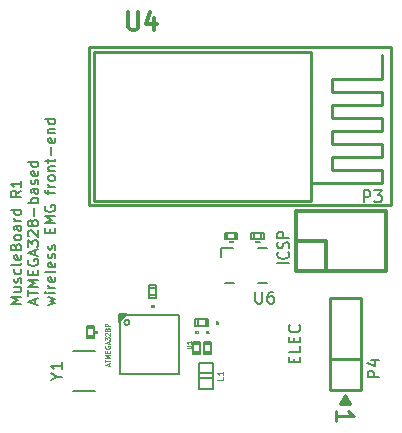
<source format=gto>
G04 (created by PCBNEW (2013-05-31 BZR 4019)-stable) date 7/3/2014 2:31:18 PM*
%MOIN*%
G04 Gerber Fmt 3.4, Leading zero omitted, Abs format*
%FSLAX34Y34*%
G01*
G70*
G90*
G04 APERTURE LIST*
%ADD10C,0.00590551*%
%ADD11C,0.0075*%
%ADD12C,0.01*%
%ADD13C,0.005*%
%ADD14C,0.0059*%
%ADD15C,0.012*%
%ADD16C,0.0079*%
%ADD17C,0.011811*%
%ADD18C,0.0012*%
%ADD19C,0.0039*%
%ADD20C,0.008*%
%ADD21C,0.0078*%
%ADD22C,0.0077*%
%ADD23C,0.0031*%
%ADD24C,0.003*%
G04 APERTURE END LIST*
G54D10*
G54D11*
X37721Y-24926D02*
X37371Y-24926D01*
X37621Y-24810D01*
X37371Y-24693D01*
X37721Y-24693D01*
X37488Y-24376D02*
X37721Y-24376D01*
X37488Y-24526D02*
X37671Y-24526D01*
X37705Y-24510D01*
X37721Y-24476D01*
X37721Y-24426D01*
X37705Y-24393D01*
X37688Y-24376D01*
X37705Y-24226D02*
X37721Y-24193D01*
X37721Y-24126D01*
X37705Y-24093D01*
X37671Y-24076D01*
X37655Y-24076D01*
X37621Y-24093D01*
X37605Y-24126D01*
X37605Y-24176D01*
X37588Y-24210D01*
X37555Y-24226D01*
X37538Y-24226D01*
X37505Y-24210D01*
X37488Y-24176D01*
X37488Y-24126D01*
X37505Y-24093D01*
X37705Y-23776D02*
X37721Y-23810D01*
X37721Y-23876D01*
X37705Y-23910D01*
X37688Y-23926D01*
X37655Y-23943D01*
X37555Y-23943D01*
X37521Y-23926D01*
X37505Y-23910D01*
X37488Y-23876D01*
X37488Y-23810D01*
X37505Y-23776D01*
X37721Y-23576D02*
X37705Y-23610D01*
X37671Y-23626D01*
X37371Y-23626D01*
X37705Y-23310D02*
X37721Y-23343D01*
X37721Y-23410D01*
X37705Y-23443D01*
X37671Y-23460D01*
X37538Y-23460D01*
X37505Y-23443D01*
X37488Y-23410D01*
X37488Y-23343D01*
X37505Y-23310D01*
X37538Y-23293D01*
X37571Y-23293D01*
X37605Y-23460D01*
X37538Y-23026D02*
X37555Y-22976D01*
X37571Y-22960D01*
X37605Y-22943D01*
X37655Y-22943D01*
X37688Y-22960D01*
X37705Y-22976D01*
X37721Y-23010D01*
X37721Y-23143D01*
X37371Y-23143D01*
X37371Y-23026D01*
X37388Y-22993D01*
X37405Y-22976D01*
X37438Y-22960D01*
X37471Y-22960D01*
X37505Y-22976D01*
X37521Y-22993D01*
X37538Y-23026D01*
X37538Y-23143D01*
X37721Y-22743D02*
X37705Y-22776D01*
X37688Y-22793D01*
X37655Y-22810D01*
X37555Y-22810D01*
X37521Y-22793D01*
X37505Y-22776D01*
X37488Y-22743D01*
X37488Y-22693D01*
X37505Y-22660D01*
X37521Y-22643D01*
X37555Y-22626D01*
X37655Y-22626D01*
X37688Y-22643D01*
X37705Y-22660D01*
X37721Y-22693D01*
X37721Y-22743D01*
X37721Y-22326D02*
X37538Y-22326D01*
X37505Y-22343D01*
X37488Y-22376D01*
X37488Y-22443D01*
X37505Y-22476D01*
X37705Y-22326D02*
X37721Y-22360D01*
X37721Y-22443D01*
X37705Y-22476D01*
X37671Y-22493D01*
X37638Y-22493D01*
X37605Y-22476D01*
X37588Y-22443D01*
X37588Y-22360D01*
X37571Y-22326D01*
X37721Y-22160D02*
X37488Y-22160D01*
X37555Y-22160D02*
X37521Y-22143D01*
X37505Y-22126D01*
X37488Y-22093D01*
X37488Y-22060D01*
X37721Y-21793D02*
X37371Y-21793D01*
X37705Y-21793D02*
X37721Y-21826D01*
X37721Y-21893D01*
X37705Y-21926D01*
X37688Y-21943D01*
X37655Y-21960D01*
X37555Y-21960D01*
X37521Y-21943D01*
X37505Y-21926D01*
X37488Y-21893D01*
X37488Y-21826D01*
X37505Y-21793D01*
X37721Y-21160D02*
X37555Y-21276D01*
X37721Y-21360D02*
X37371Y-21360D01*
X37371Y-21226D01*
X37388Y-21193D01*
X37405Y-21176D01*
X37438Y-21160D01*
X37488Y-21160D01*
X37521Y-21176D01*
X37538Y-21193D01*
X37555Y-21226D01*
X37555Y-21360D01*
X37721Y-20826D02*
X37721Y-21026D01*
X37721Y-20926D02*
X37371Y-20926D01*
X37421Y-20960D01*
X37455Y-20993D01*
X37471Y-21026D01*
X38186Y-24943D02*
X38186Y-24776D01*
X38286Y-24976D02*
X37936Y-24860D01*
X38286Y-24743D01*
X37936Y-24676D02*
X37936Y-24476D01*
X38286Y-24576D02*
X37936Y-24576D01*
X38286Y-24360D02*
X37936Y-24360D01*
X38186Y-24243D01*
X37936Y-24126D01*
X38286Y-24126D01*
X38103Y-23960D02*
X38103Y-23843D01*
X38286Y-23793D02*
X38286Y-23960D01*
X37936Y-23960D01*
X37936Y-23793D01*
X37953Y-23460D02*
X37936Y-23493D01*
X37936Y-23543D01*
X37953Y-23593D01*
X37986Y-23626D01*
X38020Y-23643D01*
X38086Y-23660D01*
X38136Y-23660D01*
X38203Y-23643D01*
X38236Y-23626D01*
X38270Y-23593D01*
X38286Y-23543D01*
X38286Y-23510D01*
X38270Y-23460D01*
X38253Y-23443D01*
X38136Y-23443D01*
X38136Y-23510D01*
X38186Y-23310D02*
X38186Y-23143D01*
X38286Y-23343D02*
X37936Y-23226D01*
X38286Y-23110D01*
X37936Y-23026D02*
X37936Y-22810D01*
X38070Y-22926D01*
X38070Y-22876D01*
X38086Y-22843D01*
X38103Y-22826D01*
X38136Y-22810D01*
X38220Y-22810D01*
X38253Y-22826D01*
X38270Y-22843D01*
X38286Y-22876D01*
X38286Y-22976D01*
X38270Y-23010D01*
X38253Y-23026D01*
X37970Y-22676D02*
X37953Y-22660D01*
X37936Y-22626D01*
X37936Y-22543D01*
X37953Y-22510D01*
X37970Y-22493D01*
X38003Y-22476D01*
X38036Y-22476D01*
X38086Y-22493D01*
X38286Y-22693D01*
X38286Y-22476D01*
X38086Y-22276D02*
X38070Y-22310D01*
X38053Y-22326D01*
X38020Y-22343D01*
X38003Y-22343D01*
X37970Y-22326D01*
X37953Y-22310D01*
X37936Y-22276D01*
X37936Y-22210D01*
X37953Y-22176D01*
X37970Y-22160D01*
X38003Y-22143D01*
X38020Y-22143D01*
X38053Y-22160D01*
X38070Y-22176D01*
X38086Y-22210D01*
X38086Y-22276D01*
X38103Y-22310D01*
X38120Y-22326D01*
X38153Y-22343D01*
X38220Y-22343D01*
X38253Y-22326D01*
X38270Y-22310D01*
X38286Y-22276D01*
X38286Y-22210D01*
X38270Y-22176D01*
X38253Y-22160D01*
X38220Y-22143D01*
X38153Y-22143D01*
X38120Y-22160D01*
X38103Y-22176D01*
X38086Y-22210D01*
X38153Y-21993D02*
X38153Y-21726D01*
X38286Y-21559D02*
X37936Y-21559D01*
X38070Y-21559D02*
X38053Y-21526D01*
X38053Y-21459D01*
X38070Y-21426D01*
X38086Y-21409D01*
X38120Y-21393D01*
X38220Y-21393D01*
X38253Y-21409D01*
X38270Y-21426D01*
X38286Y-21459D01*
X38286Y-21526D01*
X38270Y-21559D01*
X38286Y-21093D02*
X38103Y-21093D01*
X38070Y-21110D01*
X38053Y-21143D01*
X38053Y-21210D01*
X38070Y-21243D01*
X38270Y-21093D02*
X38286Y-21126D01*
X38286Y-21210D01*
X38270Y-21243D01*
X38236Y-21260D01*
X38203Y-21260D01*
X38170Y-21243D01*
X38153Y-21210D01*
X38153Y-21126D01*
X38136Y-21093D01*
X38270Y-20943D02*
X38286Y-20910D01*
X38286Y-20843D01*
X38270Y-20810D01*
X38236Y-20793D01*
X38220Y-20793D01*
X38186Y-20810D01*
X38170Y-20843D01*
X38170Y-20893D01*
X38153Y-20926D01*
X38120Y-20943D01*
X38103Y-20943D01*
X38070Y-20926D01*
X38053Y-20893D01*
X38053Y-20843D01*
X38070Y-20810D01*
X38270Y-20510D02*
X38286Y-20543D01*
X38286Y-20610D01*
X38270Y-20643D01*
X38236Y-20660D01*
X38103Y-20660D01*
X38070Y-20643D01*
X38053Y-20610D01*
X38053Y-20543D01*
X38070Y-20510D01*
X38103Y-20493D01*
X38136Y-20493D01*
X38170Y-20660D01*
X38286Y-20193D02*
X37936Y-20193D01*
X38270Y-20193D02*
X38286Y-20226D01*
X38286Y-20293D01*
X38270Y-20326D01*
X38253Y-20343D01*
X38220Y-20360D01*
X38120Y-20360D01*
X38086Y-20343D01*
X38070Y-20326D01*
X38053Y-20293D01*
X38053Y-20226D01*
X38070Y-20193D01*
X38618Y-24960D02*
X38851Y-24893D01*
X38685Y-24826D01*
X38851Y-24760D01*
X38618Y-24693D01*
X38851Y-24560D02*
X38618Y-24560D01*
X38501Y-24560D02*
X38518Y-24576D01*
X38535Y-24560D01*
X38518Y-24543D01*
X38501Y-24560D01*
X38535Y-24560D01*
X38851Y-24393D02*
X38618Y-24393D01*
X38685Y-24393D02*
X38651Y-24376D01*
X38635Y-24360D01*
X38618Y-24326D01*
X38618Y-24293D01*
X38835Y-24043D02*
X38851Y-24076D01*
X38851Y-24143D01*
X38835Y-24176D01*
X38801Y-24193D01*
X38668Y-24193D01*
X38635Y-24176D01*
X38618Y-24143D01*
X38618Y-24076D01*
X38635Y-24043D01*
X38668Y-24026D01*
X38701Y-24026D01*
X38735Y-24193D01*
X38851Y-23826D02*
X38835Y-23860D01*
X38801Y-23876D01*
X38501Y-23876D01*
X38835Y-23560D02*
X38851Y-23593D01*
X38851Y-23660D01*
X38835Y-23693D01*
X38801Y-23710D01*
X38668Y-23710D01*
X38635Y-23693D01*
X38618Y-23660D01*
X38618Y-23593D01*
X38635Y-23560D01*
X38668Y-23543D01*
X38701Y-23543D01*
X38735Y-23710D01*
X38835Y-23410D02*
X38851Y-23376D01*
X38851Y-23310D01*
X38835Y-23276D01*
X38801Y-23260D01*
X38785Y-23260D01*
X38751Y-23276D01*
X38735Y-23310D01*
X38735Y-23360D01*
X38718Y-23393D01*
X38685Y-23410D01*
X38668Y-23410D01*
X38635Y-23393D01*
X38618Y-23360D01*
X38618Y-23310D01*
X38635Y-23276D01*
X38835Y-23126D02*
X38851Y-23093D01*
X38851Y-23026D01*
X38835Y-22993D01*
X38801Y-22976D01*
X38785Y-22976D01*
X38751Y-22993D01*
X38735Y-23026D01*
X38735Y-23076D01*
X38718Y-23110D01*
X38685Y-23126D01*
X38668Y-23126D01*
X38635Y-23110D01*
X38618Y-23076D01*
X38618Y-23026D01*
X38635Y-22993D01*
X38668Y-22560D02*
X38668Y-22443D01*
X38851Y-22393D02*
X38851Y-22560D01*
X38501Y-22560D01*
X38501Y-22393D01*
X38851Y-22243D02*
X38501Y-22243D01*
X38751Y-22126D01*
X38501Y-22010D01*
X38851Y-22010D01*
X38518Y-21660D02*
X38501Y-21693D01*
X38501Y-21743D01*
X38518Y-21793D01*
X38551Y-21826D01*
X38585Y-21843D01*
X38651Y-21860D01*
X38701Y-21860D01*
X38768Y-21843D01*
X38801Y-21826D01*
X38835Y-21793D01*
X38851Y-21743D01*
X38851Y-21710D01*
X38835Y-21660D01*
X38818Y-21643D01*
X38701Y-21643D01*
X38701Y-21710D01*
X38618Y-21276D02*
X38618Y-21143D01*
X38851Y-21226D02*
X38551Y-21226D01*
X38518Y-21210D01*
X38501Y-21176D01*
X38501Y-21143D01*
X38851Y-21026D02*
X38618Y-21026D01*
X38685Y-21026D02*
X38651Y-21010D01*
X38635Y-20993D01*
X38618Y-20960D01*
X38618Y-20926D01*
X38851Y-20760D02*
X38835Y-20793D01*
X38818Y-20810D01*
X38785Y-20826D01*
X38685Y-20826D01*
X38651Y-20810D01*
X38635Y-20793D01*
X38618Y-20760D01*
X38618Y-20710D01*
X38635Y-20676D01*
X38651Y-20660D01*
X38685Y-20643D01*
X38785Y-20643D01*
X38818Y-20660D01*
X38835Y-20676D01*
X38851Y-20710D01*
X38851Y-20760D01*
X38618Y-20493D02*
X38851Y-20493D01*
X38651Y-20493D02*
X38635Y-20476D01*
X38618Y-20443D01*
X38618Y-20393D01*
X38635Y-20360D01*
X38668Y-20343D01*
X38851Y-20343D01*
X38618Y-20226D02*
X38618Y-20093D01*
X38501Y-20176D02*
X38801Y-20176D01*
X38835Y-20160D01*
X38851Y-20126D01*
X38851Y-20093D01*
X38718Y-19976D02*
X38718Y-19710D01*
X38835Y-19410D02*
X38851Y-19443D01*
X38851Y-19510D01*
X38835Y-19543D01*
X38801Y-19560D01*
X38668Y-19560D01*
X38635Y-19543D01*
X38618Y-19510D01*
X38618Y-19443D01*
X38635Y-19410D01*
X38668Y-19393D01*
X38701Y-19393D01*
X38735Y-19560D01*
X38618Y-19243D02*
X38851Y-19243D01*
X38651Y-19243D02*
X38635Y-19226D01*
X38618Y-19193D01*
X38618Y-19143D01*
X38635Y-19110D01*
X38668Y-19093D01*
X38851Y-19093D01*
X38851Y-18776D02*
X38501Y-18776D01*
X38835Y-18776D02*
X38851Y-18810D01*
X38851Y-18876D01*
X38835Y-18910D01*
X38818Y-18926D01*
X38785Y-18943D01*
X38685Y-18943D01*
X38651Y-18926D01*
X38635Y-18910D01*
X38618Y-18876D01*
X38618Y-18810D01*
X38635Y-18776D01*
G54D12*
X48090Y-17858D02*
X48090Y-17425D01*
X49744Y-18291D02*
X49744Y-17858D01*
X49744Y-17858D02*
X48090Y-17858D01*
X49744Y-18291D02*
X48090Y-18291D01*
X49744Y-17425D02*
X48090Y-17425D01*
X49744Y-17425D02*
X49744Y-16637D01*
X48090Y-18724D02*
X48090Y-18291D01*
X49744Y-19157D02*
X49744Y-18724D01*
X49744Y-18724D02*
X48090Y-18724D01*
X49744Y-19157D02*
X48090Y-19157D01*
X49744Y-20023D02*
X48090Y-20023D01*
X49744Y-19590D02*
X48090Y-19590D01*
X49744Y-20023D02*
X49744Y-19590D01*
X48090Y-19590D02*
X48090Y-19157D01*
X48090Y-20456D02*
X48090Y-20023D01*
X47382Y-20889D02*
X49744Y-20889D01*
X49744Y-20889D02*
X49744Y-20456D01*
X49744Y-20456D02*
X48090Y-20456D01*
X50059Y-16362D02*
X50059Y-21637D01*
X50059Y-21637D02*
X39980Y-21637D01*
X39980Y-16362D02*
X39980Y-21637D01*
X50059Y-16362D02*
X39980Y-16362D01*
X47382Y-16519D02*
X47382Y-21480D01*
X47382Y-21480D02*
X40138Y-21480D01*
X40138Y-16519D02*
X40138Y-21480D01*
X47382Y-16519D02*
X40138Y-16519D01*
G54D10*
X44511Y-24230D02*
X44826Y-24230D01*
X45928Y-24230D02*
X45613Y-24230D01*
X45613Y-23049D02*
X45928Y-23049D01*
X44629Y-23049D02*
X44786Y-23049D01*
X44629Y-23049D02*
X44393Y-23049D01*
X44393Y-23049D02*
X44393Y-23364D01*
G54D13*
X41990Y-24380D02*
X42210Y-24380D01*
X41990Y-24640D02*
X42210Y-24640D01*
X41990Y-24720D02*
X42210Y-24720D01*
X42210Y-24720D02*
X42210Y-24300D01*
X42210Y-24300D02*
X41990Y-24300D01*
X41990Y-24300D02*
X41990Y-24720D01*
G54D14*
X43644Y-27399D02*
X44116Y-27399D01*
X44116Y-27241D02*
X43644Y-27241D01*
X44116Y-26887D02*
X44116Y-27753D01*
X44116Y-27753D02*
X43644Y-27753D01*
X43644Y-27753D02*
X43644Y-26887D01*
X43644Y-26887D02*
X44116Y-26887D01*
G54D13*
X43870Y-25430D02*
X43870Y-25650D01*
X43610Y-25430D02*
X43610Y-25650D01*
X43530Y-25430D02*
X43530Y-25650D01*
X43530Y-25650D02*
X43950Y-25650D01*
X43950Y-25650D02*
X43950Y-25430D01*
X43950Y-25430D02*
X43530Y-25430D01*
X44050Y-26530D02*
X43830Y-26530D01*
X44050Y-26270D02*
X43830Y-26270D01*
X44050Y-26190D02*
X43830Y-26190D01*
X43830Y-26190D02*
X43830Y-26610D01*
X43830Y-26610D02*
X44050Y-26610D01*
X44050Y-26610D02*
X44050Y-26190D01*
X40140Y-25990D02*
X39920Y-25990D01*
X40140Y-25730D02*
X39920Y-25730D01*
X40140Y-25650D02*
X39920Y-25650D01*
X39920Y-25650D02*
X39920Y-26070D01*
X39920Y-26070D02*
X40140Y-26070D01*
X40140Y-26070D02*
X40140Y-25650D01*
X45470Y-22770D02*
X45470Y-22550D01*
X45730Y-22770D02*
X45730Y-22550D01*
X45810Y-22770D02*
X45810Y-22550D01*
X45810Y-22550D02*
X45390Y-22550D01*
X45390Y-22550D02*
X45390Y-22770D01*
X45390Y-22770D02*
X45810Y-22770D01*
X44590Y-22770D02*
X44590Y-22550D01*
X44850Y-22770D02*
X44850Y-22550D01*
X44930Y-22770D02*
X44930Y-22550D01*
X44930Y-22550D02*
X44510Y-22550D01*
X44510Y-22550D02*
X44510Y-22770D01*
X44510Y-22770D02*
X44930Y-22770D01*
X43670Y-26530D02*
X43450Y-26530D01*
X43670Y-26270D02*
X43450Y-26270D01*
X43670Y-26190D02*
X43450Y-26190D01*
X43450Y-26190D02*
X43450Y-26610D01*
X43450Y-26610D02*
X43670Y-26610D01*
X43670Y-26610D02*
X43670Y-26190D01*
G54D15*
X46890Y-21840D02*
X49890Y-21840D01*
X49890Y-21840D02*
X49890Y-23840D01*
X49890Y-23840D02*
X46890Y-23840D01*
X46890Y-22840D02*
X47890Y-22840D01*
X47890Y-22840D02*
X47890Y-23840D01*
X46890Y-21840D02*
X46890Y-23840D01*
G54D12*
X48008Y-26771D02*
X49031Y-26771D01*
X49031Y-24724D02*
X49031Y-27795D01*
X49031Y-27795D02*
X48008Y-27795D01*
X48008Y-27795D02*
X48008Y-24724D01*
X48008Y-24724D02*
X49031Y-24724D01*
X48201Y-28834D02*
X48201Y-28661D01*
X48618Y-28484D02*
X48649Y-28535D01*
X48649Y-28535D02*
X48701Y-28598D01*
X48701Y-28598D02*
X48768Y-28653D01*
X48768Y-28653D02*
X48803Y-28665D01*
X48803Y-28665D02*
X48201Y-28665D01*
X48201Y-28665D02*
X48201Y-28492D01*
X48480Y-28071D02*
X48559Y-28071D01*
X48559Y-28110D02*
X48480Y-28110D01*
X48441Y-28149D02*
X48598Y-28149D01*
X48598Y-28189D02*
X48441Y-28189D01*
X48401Y-28228D02*
X48638Y-28228D01*
X48520Y-27952D02*
X48362Y-28267D01*
X48362Y-28267D02*
X48677Y-28267D01*
X48677Y-28267D02*
X48520Y-27952D01*
G54D10*
X40194Y-27829D02*
X39446Y-27829D01*
X40194Y-26490D02*
X39446Y-26490D01*
G54D13*
X41242Y-25266D02*
X40966Y-25266D01*
X40966Y-25266D02*
X40966Y-25542D01*
X40966Y-25542D02*
X41242Y-25266D01*
X41006Y-27274D02*
X41006Y-25306D01*
X41006Y-25306D02*
X42974Y-25306D01*
X42974Y-25306D02*
X42974Y-27274D01*
X42974Y-27274D02*
X41006Y-27274D01*
X41005Y-25462D02*
X41162Y-25305D01*
X41124Y-25305D02*
X41006Y-25423D01*
X41006Y-25385D02*
X41085Y-25306D01*
G54D16*
X41329Y-25542D02*
G75*
G03X41329Y-25542I-87J0D01*
G74*
G01*
G54D17*
X41290Y-15208D02*
X41290Y-15686D01*
X41318Y-15742D01*
X41346Y-15770D01*
X41402Y-15799D01*
X41515Y-15799D01*
X41571Y-15770D01*
X41599Y-15742D01*
X41627Y-15686D01*
X41627Y-15208D01*
X42161Y-15405D02*
X42161Y-15799D01*
X42021Y-15180D02*
X41880Y-15602D01*
X42246Y-15602D01*
G54D11*
X45530Y-24516D02*
X45530Y-24840D01*
X45549Y-24878D01*
X45568Y-24897D01*
X45606Y-24916D01*
X45682Y-24916D01*
X45720Y-24897D01*
X45739Y-24878D01*
X45758Y-24840D01*
X45758Y-24516D01*
X46120Y-24516D02*
X46044Y-24516D01*
X46006Y-24535D01*
X45987Y-24555D01*
X45949Y-24612D01*
X45930Y-24688D01*
X45930Y-24840D01*
X45949Y-24878D01*
X45968Y-24897D01*
X46006Y-24916D01*
X46082Y-24916D01*
X46120Y-24897D01*
X46139Y-24878D01*
X46158Y-24840D01*
X46158Y-24745D01*
X46139Y-24707D01*
X46120Y-24688D01*
X46082Y-24669D01*
X46006Y-24669D01*
X45968Y-24688D01*
X45949Y-24707D01*
X45930Y-24745D01*
G54D18*
X42090Y-25034D02*
X42070Y-25005D01*
X42055Y-25034D02*
X42055Y-24974D01*
X42078Y-24974D01*
X42084Y-24977D01*
X42087Y-24980D01*
X42090Y-24985D01*
X42090Y-24994D01*
X42087Y-25000D01*
X42084Y-25002D01*
X42078Y-25005D01*
X42055Y-25005D01*
X42110Y-24974D02*
X42147Y-24974D01*
X42127Y-24997D01*
X42135Y-24997D01*
X42141Y-25000D01*
X42144Y-25002D01*
X42147Y-25008D01*
X42147Y-25022D01*
X42144Y-25028D01*
X42141Y-25031D01*
X42135Y-25034D01*
X42118Y-25034D01*
X42112Y-25031D01*
X42110Y-25028D01*
G54D19*
X44459Y-27352D02*
X44459Y-27446D01*
X44263Y-27446D01*
X44459Y-27184D02*
X44459Y-27296D01*
X44459Y-27240D02*
X44263Y-27240D01*
X44291Y-27259D01*
X44310Y-27278D01*
X44319Y-27296D01*
G54D18*
X44284Y-25550D02*
X44255Y-25570D01*
X44284Y-25584D02*
X44224Y-25584D01*
X44224Y-25561D01*
X44227Y-25555D01*
X44230Y-25552D01*
X44235Y-25550D01*
X44244Y-25550D01*
X44250Y-25552D01*
X44252Y-25555D01*
X44255Y-25561D01*
X44255Y-25584D01*
X44224Y-25530D02*
X44224Y-25490D01*
X44284Y-25515D01*
X43910Y-25878D02*
X43907Y-25881D01*
X43898Y-25884D01*
X43892Y-25884D01*
X43884Y-25881D01*
X43878Y-25875D01*
X43875Y-25870D01*
X43872Y-25858D01*
X43872Y-25850D01*
X43875Y-25838D01*
X43878Y-25832D01*
X43884Y-25827D01*
X43892Y-25824D01*
X43898Y-25824D01*
X43907Y-25827D01*
X43910Y-25830D01*
X43967Y-25884D02*
X43932Y-25884D01*
X43950Y-25884D02*
X43950Y-25824D01*
X43944Y-25832D01*
X43938Y-25838D01*
X43932Y-25841D01*
X40238Y-25870D02*
X40241Y-25872D01*
X40244Y-25881D01*
X40244Y-25887D01*
X40241Y-25895D01*
X40235Y-25901D01*
X40230Y-25904D01*
X40218Y-25907D01*
X40210Y-25907D01*
X40198Y-25904D01*
X40192Y-25901D01*
X40187Y-25895D01*
X40184Y-25887D01*
X40184Y-25881D01*
X40187Y-25872D01*
X40190Y-25870D01*
X40184Y-25815D02*
X40184Y-25844D01*
X40212Y-25847D01*
X40210Y-25844D01*
X40207Y-25838D01*
X40207Y-25824D01*
X40210Y-25818D01*
X40212Y-25815D01*
X40218Y-25812D01*
X40232Y-25812D01*
X40238Y-25815D01*
X40241Y-25818D01*
X40244Y-25824D01*
X40244Y-25838D01*
X40241Y-25844D01*
X40238Y-25847D01*
X45561Y-22868D02*
X45558Y-22871D01*
X45550Y-22874D01*
X45544Y-22874D01*
X45535Y-22871D01*
X45530Y-22865D01*
X45527Y-22860D01*
X45524Y-22848D01*
X45524Y-22840D01*
X45527Y-22828D01*
X45530Y-22822D01*
X45535Y-22817D01*
X45544Y-22814D01*
X45550Y-22814D01*
X45558Y-22817D01*
X45561Y-22820D01*
X45584Y-22820D02*
X45587Y-22817D01*
X45592Y-22814D01*
X45607Y-22814D01*
X45612Y-22817D01*
X45615Y-22820D01*
X45618Y-22825D01*
X45618Y-22831D01*
X45615Y-22840D01*
X45581Y-22874D01*
X45618Y-22874D01*
X45675Y-22874D02*
X45641Y-22874D01*
X45658Y-22874D02*
X45658Y-22814D01*
X45652Y-22822D01*
X45647Y-22828D01*
X45641Y-22831D01*
X44681Y-22868D02*
X44678Y-22871D01*
X44670Y-22874D01*
X44664Y-22874D01*
X44655Y-22871D01*
X44650Y-22865D01*
X44647Y-22860D01*
X44644Y-22848D01*
X44644Y-22840D01*
X44647Y-22828D01*
X44650Y-22822D01*
X44655Y-22817D01*
X44664Y-22814D01*
X44670Y-22814D01*
X44678Y-22817D01*
X44681Y-22820D01*
X44704Y-22820D02*
X44707Y-22817D01*
X44712Y-22814D01*
X44727Y-22814D01*
X44732Y-22817D01*
X44735Y-22820D01*
X44738Y-22825D01*
X44738Y-22831D01*
X44735Y-22840D01*
X44701Y-22874D01*
X44738Y-22874D01*
X44775Y-22814D02*
X44781Y-22814D01*
X44787Y-22817D01*
X44790Y-22820D01*
X44792Y-22825D01*
X44795Y-22837D01*
X44795Y-22851D01*
X44792Y-22862D01*
X44790Y-22868D01*
X44787Y-22871D01*
X44781Y-22874D01*
X44775Y-22874D01*
X44770Y-22871D01*
X44767Y-22868D01*
X44764Y-22862D01*
X44761Y-22851D01*
X44761Y-22837D01*
X44764Y-22825D01*
X44767Y-22820D01*
X44770Y-22817D01*
X44775Y-22814D01*
X43550Y-25878D02*
X43547Y-25881D01*
X43538Y-25884D01*
X43532Y-25884D01*
X43524Y-25881D01*
X43518Y-25875D01*
X43515Y-25870D01*
X43512Y-25858D01*
X43512Y-25850D01*
X43515Y-25838D01*
X43518Y-25832D01*
X43524Y-25827D01*
X43532Y-25824D01*
X43538Y-25824D01*
X43547Y-25827D01*
X43550Y-25830D01*
X43572Y-25830D02*
X43575Y-25827D01*
X43581Y-25824D01*
X43595Y-25824D01*
X43601Y-25827D01*
X43604Y-25830D01*
X43607Y-25835D01*
X43607Y-25841D01*
X43604Y-25850D01*
X43570Y-25884D01*
X43607Y-25884D01*
G54D20*
X49134Y-21541D02*
X49134Y-21141D01*
X49287Y-21141D01*
X49325Y-21160D01*
X49344Y-21180D01*
X49363Y-21218D01*
X49363Y-21275D01*
X49344Y-21313D01*
X49325Y-21332D01*
X49287Y-21351D01*
X49134Y-21351D01*
X49496Y-21141D02*
X49744Y-21141D01*
X49610Y-21294D01*
X49668Y-21294D01*
X49706Y-21313D01*
X49725Y-21332D01*
X49744Y-21370D01*
X49744Y-21465D01*
X49725Y-21503D01*
X49706Y-21522D01*
X49668Y-21541D01*
X49553Y-21541D01*
X49515Y-21522D01*
X49496Y-21503D01*
X46651Y-23576D02*
X46251Y-23576D01*
X46613Y-23210D02*
X46632Y-23226D01*
X46651Y-23276D01*
X46651Y-23310D01*
X46632Y-23360D01*
X46594Y-23393D01*
X46556Y-23410D01*
X46480Y-23426D01*
X46423Y-23426D01*
X46347Y-23410D01*
X46309Y-23393D01*
X46270Y-23360D01*
X46251Y-23310D01*
X46251Y-23276D01*
X46270Y-23226D01*
X46290Y-23210D01*
X46632Y-23076D02*
X46651Y-23026D01*
X46651Y-22943D01*
X46632Y-22910D01*
X46613Y-22893D01*
X46575Y-22876D01*
X46537Y-22876D01*
X46499Y-22893D01*
X46480Y-22910D01*
X46461Y-22943D01*
X46442Y-23010D01*
X46423Y-23043D01*
X46404Y-23060D01*
X46366Y-23076D01*
X46328Y-23076D01*
X46290Y-23060D01*
X46270Y-23043D01*
X46251Y-23010D01*
X46251Y-22926D01*
X46270Y-22876D01*
X46651Y-22726D02*
X46251Y-22726D01*
X46251Y-22593D01*
X46270Y-22560D01*
X46290Y-22543D01*
X46328Y-22526D01*
X46385Y-22526D01*
X46423Y-22543D01*
X46442Y-22560D01*
X46461Y-22593D01*
X46461Y-22726D01*
G54D21*
X49659Y-27370D02*
X49266Y-27370D01*
X49266Y-27220D01*
X49284Y-27182D01*
X49303Y-27164D01*
X49340Y-27145D01*
X49397Y-27145D01*
X49434Y-27164D01*
X49453Y-27182D01*
X49471Y-27220D01*
X49471Y-27370D01*
X49397Y-26808D02*
X49659Y-26808D01*
X49247Y-26902D02*
X49528Y-26995D01*
X49528Y-26752D01*
G54D22*
X46819Y-26875D02*
X46819Y-26745D01*
X47025Y-26689D02*
X47025Y-26875D01*
X46633Y-26875D01*
X46633Y-26689D01*
X47025Y-26334D02*
X47025Y-26521D01*
X46633Y-26521D01*
X46819Y-26203D02*
X46819Y-26073D01*
X47025Y-26017D02*
X47025Y-26203D01*
X46633Y-26203D01*
X46633Y-26017D01*
X46987Y-25625D02*
X47006Y-25644D01*
X47025Y-25700D01*
X47025Y-25737D01*
X47006Y-25793D01*
X46969Y-25830D01*
X46931Y-25849D01*
X46857Y-25868D01*
X46801Y-25868D01*
X46726Y-25849D01*
X46689Y-25830D01*
X46651Y-25793D01*
X46633Y-25737D01*
X46633Y-25700D01*
X46651Y-25644D01*
X46670Y-25625D01*
G54D10*
X38906Y-27347D02*
X39093Y-27347D01*
X38700Y-27478D02*
X38906Y-27347D01*
X38700Y-27216D01*
X39093Y-26878D02*
X39093Y-27103D01*
X39093Y-26991D02*
X38700Y-26991D01*
X38756Y-27028D01*
X38793Y-27066D01*
X38812Y-27103D01*
G54D23*
X43235Y-26409D02*
X43362Y-26409D01*
X43377Y-26402D01*
X43385Y-26394D01*
X43392Y-26379D01*
X43392Y-26349D01*
X43385Y-26334D01*
X43377Y-26327D01*
X43362Y-26319D01*
X43235Y-26319D01*
X43392Y-26162D02*
X43392Y-26252D01*
X43392Y-26207D02*
X43235Y-26207D01*
X43257Y-26222D01*
X43272Y-26237D01*
X43280Y-26252D01*
G54D24*
X40631Y-26996D02*
X40631Y-26921D01*
X40676Y-27011D02*
X40519Y-26959D01*
X40676Y-26906D01*
X40519Y-26876D02*
X40519Y-26787D01*
X40676Y-26832D02*
X40519Y-26832D01*
X40676Y-26734D02*
X40519Y-26734D01*
X40631Y-26682D01*
X40519Y-26630D01*
X40676Y-26630D01*
X40594Y-26555D02*
X40594Y-26503D01*
X40676Y-26480D02*
X40676Y-26555D01*
X40519Y-26555D01*
X40519Y-26480D01*
X40527Y-26331D02*
X40519Y-26346D01*
X40519Y-26368D01*
X40527Y-26390D01*
X40541Y-26405D01*
X40556Y-26413D01*
X40586Y-26420D01*
X40609Y-26420D01*
X40639Y-26413D01*
X40654Y-26405D01*
X40669Y-26390D01*
X40676Y-26368D01*
X40676Y-26353D01*
X40669Y-26331D01*
X40661Y-26323D01*
X40609Y-26323D01*
X40609Y-26353D01*
X40631Y-26263D02*
X40631Y-26189D01*
X40676Y-26278D02*
X40519Y-26226D01*
X40676Y-26174D01*
X40519Y-26136D02*
X40519Y-26039D01*
X40579Y-26091D01*
X40579Y-26069D01*
X40586Y-26054D01*
X40594Y-26047D01*
X40609Y-26039D01*
X40646Y-26039D01*
X40661Y-26047D01*
X40669Y-26054D01*
X40676Y-26069D01*
X40676Y-26114D01*
X40669Y-26129D01*
X40661Y-26136D01*
X40534Y-25979D02*
X40527Y-25972D01*
X40519Y-25957D01*
X40519Y-25919D01*
X40527Y-25904D01*
X40534Y-25897D01*
X40549Y-25890D01*
X40564Y-25890D01*
X40586Y-25897D01*
X40676Y-25987D01*
X40676Y-25890D01*
X40586Y-25800D02*
X40579Y-25815D01*
X40571Y-25822D01*
X40556Y-25830D01*
X40549Y-25830D01*
X40534Y-25822D01*
X40527Y-25815D01*
X40519Y-25800D01*
X40519Y-25770D01*
X40527Y-25755D01*
X40534Y-25747D01*
X40549Y-25740D01*
X40556Y-25740D01*
X40571Y-25747D01*
X40579Y-25755D01*
X40586Y-25770D01*
X40586Y-25800D01*
X40594Y-25815D01*
X40601Y-25822D01*
X40616Y-25830D01*
X40646Y-25830D01*
X40661Y-25822D01*
X40669Y-25815D01*
X40676Y-25800D01*
X40676Y-25770D01*
X40669Y-25755D01*
X40661Y-25747D01*
X40646Y-25740D01*
X40616Y-25740D01*
X40601Y-25747D01*
X40594Y-25755D01*
X40586Y-25770D01*
X40676Y-25673D02*
X40519Y-25673D01*
X40519Y-25613D01*
X40527Y-25598D01*
X40534Y-25590D01*
X40549Y-25583D01*
X40571Y-25583D01*
X40586Y-25590D01*
X40594Y-25598D01*
X40601Y-25613D01*
X40601Y-25673D01*
M02*

</source>
